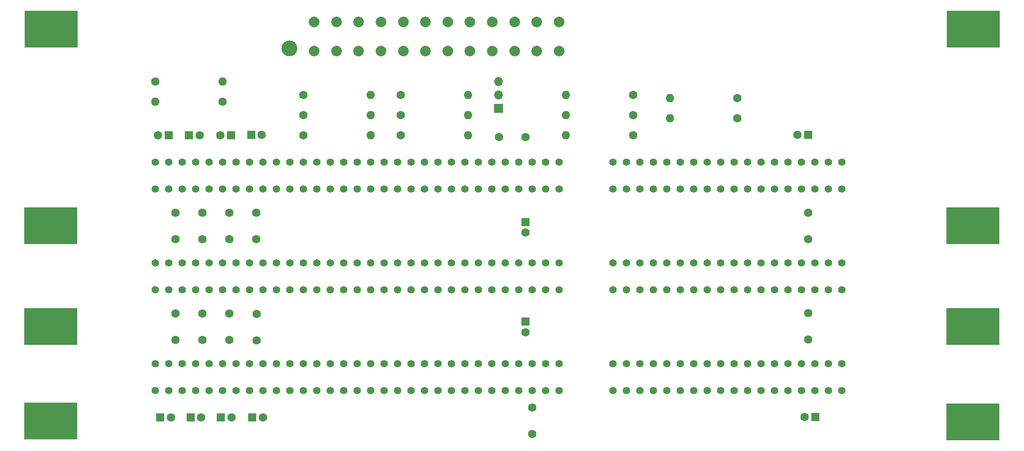
<source format=gbr>
%TF.GenerationSoftware,KiCad,Pcbnew,(6.0.7)*%
%TF.CreationDate,2022-08-07T08:27:23-07:00*%
%TF.ProjectId,isa_board,6973615f-626f-4617-9264-2e6b69636164,rev?*%
%TF.SameCoordinates,Original*%
%TF.FileFunction,Soldermask,Bot*%
%TF.FilePolarity,Negative*%
%FSLAX46Y46*%
G04 Gerber Fmt 4.6, Leading zero omitted, Abs format (unit mm)*
G04 Created by KiCad (PCBNEW (6.0.7)) date 2022-08-07 08:27:23*
%MOMM*%
%LPD*%
G01*
G04 APERTURE LIST*
%ADD10C,3.000000*%
%ADD11C,2.000000*%
%ADD12R,1.600000X1.600000*%
%ADD13C,1.600000*%
%ADD14R,10.000000X7.000000*%
%ADD15O,1.600000X1.600000*%
%ADD16C,1.400000*%
%ADD17R,1.700000X1.700000*%
%ADD18O,1.700000X1.700000*%
G04 APERTURE END LIST*
D10*
%TO.C,J4*%
X92364178Y-44141803D03*
D11*
X97064178Y-44601803D03*
X101264178Y-44601803D03*
X105464178Y-44601803D03*
X109664178Y-44601803D03*
X113864178Y-44601803D03*
X118064178Y-44601803D03*
X122264178Y-44601803D03*
X126464178Y-44601803D03*
X130664178Y-44601803D03*
X134864178Y-44601803D03*
X139064178Y-44601803D03*
X143264178Y-44601803D03*
X97064178Y-39101803D03*
X101264178Y-39101803D03*
X105464178Y-39101803D03*
X109664178Y-39101803D03*
X113864178Y-39101803D03*
X118064178Y-39101803D03*
X122264178Y-39101803D03*
X126464178Y-39101803D03*
X130664178Y-39101803D03*
X134864178Y-39101803D03*
X139064178Y-39101803D03*
X143264178Y-39101803D03*
%TD*%
D12*
%TO.C,C14*%
X85400000Y-113880000D03*
D13*
X87400000Y-113880000D03*
%TD*%
D14*
%TO.C,H3*%
X47395000Y-96695000D03*
%TD*%
D13*
%TO.C,C11*%
X75970000Y-75185000D03*
X75970000Y-80185000D03*
%TD*%
%TO.C,R1*%
X67080000Y-50380000D03*
D15*
X79780000Y-50380000D03*
%TD*%
D14*
%TO.C,H7*%
X221385000Y-96695000D03*
%TD*%
D13*
%TO.C,R8*%
X157250000Y-60540000D03*
D15*
X144550000Y-60540000D03*
%TD*%
D12*
%TO.C,C8*%
X73467829Y-60539999D03*
D13*
X75467829Y-60539999D03*
%TD*%
D12*
%TO.C,C1*%
X136930000Y-95779888D03*
D13*
X136930000Y-97779888D03*
%TD*%
%TO.C,C29*%
X190270000Y-75185000D03*
X190270000Y-80185000D03*
%TD*%
%TO.C,R5*%
X113435000Y-56730000D03*
D15*
X126135000Y-56730000D03*
%TD*%
D12*
%TO.C,C25*%
X190270000Y-60512826D03*
D13*
X188270000Y-60512826D03*
%TD*%
D12*
%TO.C,C27*%
X136930000Y-76955000D03*
D13*
X136930000Y-78955000D03*
%TD*%
%TO.C,C17*%
X86214539Y-94310304D03*
X86214539Y-99310304D03*
%TD*%
D14*
%TO.C,H5*%
X221389344Y-40492560D03*
%TD*%
%TO.C,H4*%
X47387526Y-114611973D03*
%TD*%
%TO.C,H2*%
X47395000Y-77685000D03*
%TD*%
%TO.C,H6*%
X221334935Y-77685000D03*
%TD*%
D13*
%TO.C,C4*%
X190270000Y-94195000D03*
X190270000Y-99195000D03*
%TD*%
D12*
%TO.C,C9*%
X73744887Y-113880000D03*
D13*
X75744887Y-113880000D03*
%TD*%
D12*
%TO.C,C19*%
X79459887Y-113880000D03*
D13*
X81459887Y-113880000D03*
%TD*%
%TO.C,C30*%
X138200000Y-112015000D03*
X138200000Y-117015000D03*
%TD*%
D12*
%TO.C,C3*%
X68029887Y-113880000D03*
D13*
X70029887Y-113880000D03*
%TD*%
%TO.C,C24*%
X81050000Y-94235000D03*
X81050000Y-99235000D03*
%TD*%
%TO.C,C5*%
X70890000Y-75185000D03*
X70890000Y-80185000D03*
%TD*%
%TO.C,R3*%
X95020000Y-60540000D03*
D15*
X107720000Y-60540000D03*
%TD*%
D16*
%TO.C,J3*%
X67080000Y-70700000D03*
X69620000Y-70700000D03*
X72160000Y-70700000D03*
X74700000Y-70700000D03*
X77240000Y-70700000D03*
X79780000Y-70700000D03*
X82320000Y-70700000D03*
X84860000Y-70700000D03*
X87400000Y-70700000D03*
X89940000Y-70700000D03*
X92480000Y-70700000D03*
X95020000Y-70700000D03*
X97560000Y-70700000D03*
X100100000Y-70700000D03*
X102640000Y-70700000D03*
X105180000Y-70700000D03*
X107720000Y-70700000D03*
X110260000Y-70700000D03*
X112800000Y-70700000D03*
X115340000Y-70700000D03*
X117880000Y-70700000D03*
X120420000Y-70700000D03*
X122960000Y-70700000D03*
X125500000Y-70700000D03*
X128040000Y-70700000D03*
X130580000Y-70700000D03*
X133120000Y-70700000D03*
X135660000Y-70700000D03*
X138200000Y-70700000D03*
X140740000Y-70700000D03*
X143280000Y-70700000D03*
X67080000Y-65620000D03*
X69620000Y-65620000D03*
X72160000Y-65620000D03*
X74700000Y-65620000D03*
X77240000Y-65620000D03*
X79780000Y-65620000D03*
X82320000Y-65620000D03*
X84860000Y-65620000D03*
X87400000Y-65620000D03*
X89940000Y-65620000D03*
X92480000Y-65620000D03*
X95020000Y-65620000D03*
X97560000Y-65620000D03*
X100100000Y-65620000D03*
X102640000Y-65620000D03*
X105180000Y-65620000D03*
X107720000Y-65620000D03*
X110260000Y-65620000D03*
X112800000Y-65620000D03*
X115340000Y-65620000D03*
X117880000Y-65620000D03*
X120420000Y-65620000D03*
X122960000Y-65620000D03*
X125500000Y-65620000D03*
X128040000Y-65620000D03*
X130580000Y-65620000D03*
X133120000Y-65620000D03*
X135660000Y-65620000D03*
X138200000Y-65620000D03*
X140740000Y-65620000D03*
X143280000Y-65620000D03*
X153440000Y-70700000D03*
X155980000Y-70700000D03*
X158520000Y-70700000D03*
X161060000Y-70700000D03*
X163600000Y-70700000D03*
X166140000Y-70700000D03*
X168680000Y-70700000D03*
X171220000Y-70700000D03*
X173760000Y-70700000D03*
X176300000Y-70700000D03*
X178840000Y-70700000D03*
X181380000Y-70700000D03*
X183920000Y-70700000D03*
X186460000Y-70700000D03*
X189000000Y-70700000D03*
X191540000Y-70700000D03*
X194080000Y-70700000D03*
X196620000Y-70700000D03*
X153440000Y-65620000D03*
X155980000Y-65620000D03*
X158520000Y-65620000D03*
X161060000Y-65620000D03*
X163600000Y-65620000D03*
X166140000Y-65620000D03*
X168680000Y-65620000D03*
X171220000Y-65620000D03*
X173760000Y-65620000D03*
X176300000Y-65620000D03*
X178840000Y-65620000D03*
X181380000Y-65620000D03*
X183920000Y-65620000D03*
X186460000Y-65620000D03*
X189000000Y-65620000D03*
X191540000Y-65620000D03*
X194080000Y-65620000D03*
X196620000Y-65620000D03*
%TD*%
D13*
%TO.C,C28*%
X136950000Y-60910000D03*
X131950000Y-60910000D03*
%TD*%
%TO.C,C10*%
X75970000Y-94235000D03*
X75970000Y-99235000D03*
%TD*%
%TO.C,R9*%
X157250000Y-56730000D03*
D15*
X144550000Y-56730000D03*
%TD*%
D13*
%TO.C,R7*%
X176935000Y-53555000D03*
D15*
X164235000Y-53555000D03*
%TD*%
D13*
%TO.C,R10*%
X176935000Y-57365000D03*
D15*
X164235000Y-57365000D03*
%TD*%
D12*
%TO.C,C26*%
X191596264Y-113822079D03*
D13*
X189596264Y-113822079D03*
%TD*%
D16*
%TO.C,J2*%
X67080000Y-89750000D03*
X69620000Y-89750000D03*
X72160000Y-89750000D03*
X74700000Y-89750000D03*
X77240000Y-89750000D03*
X79780000Y-89750000D03*
X82320000Y-89750000D03*
X84860000Y-89750000D03*
X87400000Y-89750000D03*
X89940000Y-89750000D03*
X92480000Y-89750000D03*
X95020000Y-89750000D03*
X97560000Y-89750000D03*
X100100000Y-89750000D03*
X102640000Y-89750000D03*
X105180000Y-89750000D03*
X107720000Y-89750000D03*
X110260000Y-89750000D03*
X112800000Y-89750000D03*
X115340000Y-89750000D03*
X117880000Y-89750000D03*
X120420000Y-89750000D03*
X122960000Y-89750000D03*
X125500000Y-89750000D03*
X128040000Y-89750000D03*
X130580000Y-89750000D03*
X133120000Y-89750000D03*
X135660000Y-89750000D03*
X138200000Y-89750000D03*
X140740000Y-89750000D03*
X143280000Y-89750000D03*
X67080000Y-84670000D03*
X69620000Y-84670000D03*
X72160000Y-84670000D03*
X74700000Y-84670000D03*
X77240000Y-84670000D03*
X79780000Y-84670000D03*
X82320000Y-84670000D03*
X84860000Y-84670000D03*
X87400000Y-84670000D03*
X89940000Y-84670000D03*
X92480000Y-84670000D03*
X95020000Y-84670000D03*
X97560000Y-84670000D03*
X100100000Y-84670000D03*
X102640000Y-84670000D03*
X105180000Y-84670000D03*
X107720000Y-84670000D03*
X110260000Y-84670000D03*
X112800000Y-84670000D03*
X115340000Y-84670000D03*
X117880000Y-84670000D03*
X120420000Y-84670000D03*
X122960000Y-84670000D03*
X125500000Y-84670000D03*
X128040000Y-84670000D03*
X130580000Y-84670000D03*
X133120000Y-84670000D03*
X135660000Y-84670000D03*
X138200000Y-84670000D03*
X140740000Y-84670000D03*
X143280000Y-84670000D03*
X153440000Y-89750000D03*
X155980000Y-89750000D03*
X158520000Y-89750000D03*
X161060000Y-89750000D03*
X163600000Y-89750000D03*
X166140000Y-89750000D03*
X168680000Y-89750000D03*
X171220000Y-89750000D03*
X173760000Y-89750000D03*
X176300000Y-89750000D03*
X178840000Y-89750000D03*
X181380000Y-89750000D03*
X183920000Y-89750000D03*
X186460000Y-89750000D03*
X189000000Y-89750000D03*
X191540000Y-89750000D03*
X194080000Y-89750000D03*
X196620000Y-89750000D03*
X153440000Y-84670000D03*
X155980000Y-84670000D03*
X158520000Y-84670000D03*
X161060000Y-84670000D03*
X163600000Y-84670000D03*
X166140000Y-84670000D03*
X168680000Y-84670000D03*
X171220000Y-84670000D03*
X173760000Y-84670000D03*
X176300000Y-84670000D03*
X178840000Y-84670000D03*
X181380000Y-84670000D03*
X183920000Y-84670000D03*
X186460000Y-84670000D03*
X189000000Y-84670000D03*
X191540000Y-84670000D03*
X194080000Y-84670000D03*
X196620000Y-84670000D03*
%TD*%
D13*
%TO.C,R13*%
X95020000Y-52920000D03*
D15*
X107720000Y-52920000D03*
%TD*%
D13*
%TO.C,R11*%
X113435000Y-60540000D03*
D15*
X126135000Y-60540000D03*
%TD*%
D12*
%TO.C,C21*%
X81354929Y-60540000D03*
D13*
X79354929Y-60540000D03*
%TD*%
%TO.C,C22*%
X81050000Y-75185000D03*
X81050000Y-80185000D03*
%TD*%
D14*
%TO.C,H1*%
X47400438Y-40509230D03*
%TD*%
D13*
%TO.C,C16*%
X86130000Y-75185000D03*
X86130000Y-80185000D03*
%TD*%
D14*
%TO.C,H8*%
X221378468Y-114716154D03*
%TD*%
D12*
%TO.C,C2*%
X69620000Y-60540000D03*
D13*
X67620000Y-60540000D03*
%TD*%
D16*
%TO.C,J1*%
X67080000Y-108800000D03*
X69620000Y-108800000D03*
X72160000Y-108800000D03*
X74700000Y-108800000D03*
X77240000Y-108800000D03*
X79780000Y-108800000D03*
X82320000Y-108800000D03*
X84860000Y-108800000D03*
X87400000Y-108800000D03*
X89940000Y-108800000D03*
X92480000Y-108800000D03*
X95020000Y-108800000D03*
X97560000Y-108800000D03*
X100100000Y-108800000D03*
X102640000Y-108800000D03*
X105180000Y-108800000D03*
X107720000Y-108800000D03*
X110260000Y-108800000D03*
X112800000Y-108800000D03*
X115340000Y-108800000D03*
X117880000Y-108800000D03*
X120420000Y-108800000D03*
X122960000Y-108800000D03*
X125500000Y-108800000D03*
X128040000Y-108800000D03*
X130580000Y-108800000D03*
X133120000Y-108800000D03*
X135660000Y-108800000D03*
X138200000Y-108800000D03*
X140740000Y-108800000D03*
X143280000Y-108800000D03*
X67080000Y-103720000D03*
X69620000Y-103720000D03*
X72160000Y-103720000D03*
X74700000Y-103720000D03*
X77240000Y-103720000D03*
X79780000Y-103720000D03*
X82320000Y-103720000D03*
X84860000Y-103720000D03*
X87400000Y-103720000D03*
X89940000Y-103720000D03*
X92480000Y-103720000D03*
X95020000Y-103720000D03*
X97560000Y-103720000D03*
X100100000Y-103720000D03*
X102640000Y-103720000D03*
X105180000Y-103720000D03*
X107720000Y-103720000D03*
X110260000Y-103720000D03*
X112800000Y-103720000D03*
X115340000Y-103720000D03*
X117880000Y-103720000D03*
X120420000Y-103720000D03*
X122960000Y-103720000D03*
X125500000Y-103720000D03*
X128040000Y-103720000D03*
X130580000Y-103720000D03*
X133120000Y-103720000D03*
X135660000Y-103720000D03*
X138200000Y-103720000D03*
X140740000Y-103720000D03*
X143280000Y-103720000D03*
X153440000Y-108800000D03*
X155980000Y-108800000D03*
X158520000Y-108800000D03*
X161060000Y-108800000D03*
X163600000Y-108800000D03*
X166140000Y-108800000D03*
X168680000Y-108800000D03*
X171220000Y-108800000D03*
X173760000Y-108800000D03*
X176300000Y-108800000D03*
X178840000Y-108800000D03*
X181380000Y-108800000D03*
X183920000Y-108800000D03*
X186460000Y-108800000D03*
X189000000Y-108800000D03*
X191540000Y-108800000D03*
X194080000Y-108800000D03*
X196620000Y-108800000D03*
X153440000Y-103720000D03*
X155980000Y-103720000D03*
X158520000Y-103720000D03*
X161060000Y-103720000D03*
X163600000Y-103720000D03*
X166140000Y-103720000D03*
X168680000Y-103720000D03*
X171220000Y-103720000D03*
X173760000Y-103720000D03*
X176300000Y-103720000D03*
X178840000Y-103720000D03*
X181380000Y-103720000D03*
X183920000Y-103720000D03*
X186460000Y-103720000D03*
X189000000Y-103720000D03*
X191540000Y-103720000D03*
X194080000Y-103720000D03*
X196620000Y-103720000D03*
%TD*%
D13*
%TO.C,R2*%
X95020000Y-56730000D03*
D15*
X107720000Y-56730000D03*
%TD*%
D12*
%TO.C,C15*%
X85174888Y-60503768D03*
D13*
X87174888Y-60503768D03*
%TD*%
%TO.C,C6*%
X70900000Y-94235000D03*
X70900000Y-99235000D03*
%TD*%
D17*
%TO.C,J5*%
X131850000Y-55460000D03*
D18*
X131850000Y-52920000D03*
X131850000Y-50380000D03*
%TD*%
D13*
%TO.C,R6*%
X157250000Y-52920000D03*
D15*
X144550000Y-52920000D03*
%TD*%
D13*
%TO.C,R4*%
X113435000Y-52920000D03*
D15*
X126135000Y-52920000D03*
%TD*%
D13*
%TO.C,R12*%
X79780000Y-54190000D03*
D15*
X67080000Y-54190000D03*
%TD*%
M02*

</source>
